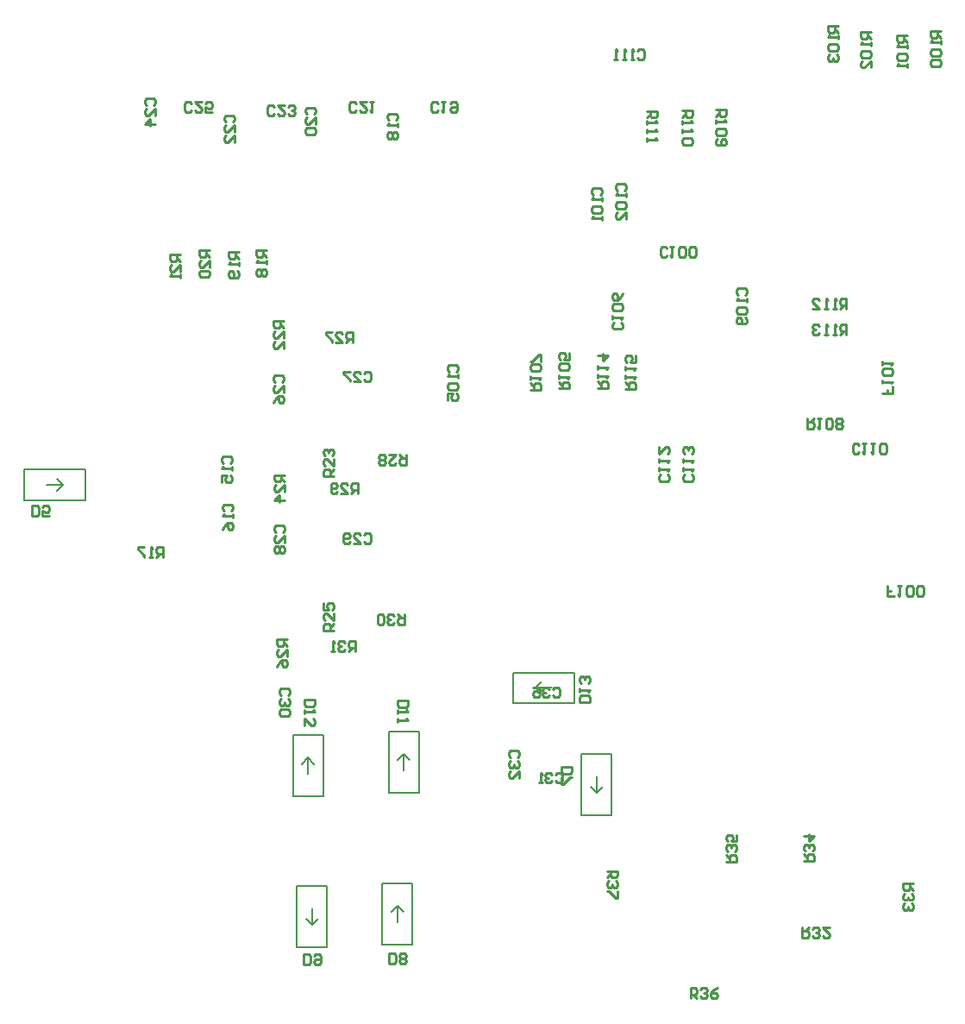
<source format=gbo>
G04*
G04 #@! TF.GenerationSoftware,Altium Limited,Altium Designer,23.5.1 (21)*
G04*
G04 Layer_Color=32896*
%FSLAX44Y44*%
%MOMM*%
G71*
G04*
G04 #@! TF.SameCoordinates,19FF910F-FD56-46C1-A6BE-D3D33EAEA19E*
G04*
G04*
G04 #@! TF.FilePolarity,Positive*
G04*
G01*
G75*
%ADD13C,0.2000*%
%ADD15C,0.2540*%
D13*
X522450Y928610D02*
Y958610D01*
X582450D01*
Y928610D02*
Y958610D01*
X522450Y928610D02*
X582450D01*
X554450Y949610D02*
X560450Y943610D01*
X554450Y937610D02*
X560450Y943610D01*
X560450D01*
X544450D02*
X560450D01*
X1024510Y744220D02*
X1040510D01*
X1024510D02*
X1024510D01*
X1030510Y750220D01*
X1024510Y744220D02*
X1030510Y738220D01*
X1002510Y759220D02*
X1062510D01*
X1002510Y729220D02*
Y759220D01*
Y729220D02*
X1062510D01*
Y759220D01*
X1069580Y678970D02*
X1099580D01*
Y618970D02*
Y678970D01*
X1069580Y618970D02*
X1099580D01*
X1069580D02*
Y678970D01*
X1084580Y640970D02*
X1090580Y646970D01*
X1078580D02*
X1084580Y640970D01*
Y640970D02*
Y640970D01*
Y640970D02*
Y656970D01*
X790180Y549900D02*
X820180D01*
Y489900D02*
Y549900D01*
X790180Y489900D02*
X820180D01*
X790180D02*
Y549900D01*
X805180Y511900D02*
X811180Y517900D01*
X799180D02*
X805180Y511900D01*
Y511900D02*
Y511900D01*
Y511900D02*
Y527900D01*
X874000Y491970D02*
X904000D01*
X874000D02*
Y551970D01*
X904000D01*
Y491970D02*
Y551970D01*
X883000Y523970D02*
X889000Y529970D01*
X889000D02*
X895000Y523970D01*
X889000Y529970D02*
Y529970D01*
Y513970D02*
Y529970D01*
X786370Y637550D02*
X816370D01*
Y697550D01*
X786370D02*
X816370D01*
X786370Y637550D02*
Y697550D01*
X801370Y675550D02*
X807370Y669550D01*
X795370D02*
X801370Y675550D01*
Y675550D01*
Y659550D02*
Y675550D01*
X880350Y641240D02*
X910350D01*
Y701240D01*
X880350D02*
X910350D01*
X880350Y641240D02*
Y701240D01*
X895350Y679240D02*
X901350Y673240D01*
X889350D02*
X895350Y679240D01*
Y679240D01*
Y663240D02*
Y679240D01*
D15*
X1124905Y1369263D02*
X1126572Y1370929D01*
X1129904D01*
X1131570Y1369263D01*
Y1362598D01*
X1129904Y1360932D01*
X1126572D01*
X1124905Y1362598D01*
X1121573Y1360932D02*
X1118241D01*
X1119907D01*
Y1370929D01*
X1121573Y1369263D01*
X1113243Y1360932D02*
X1109910D01*
X1111576D01*
Y1370929D01*
X1113243Y1369263D01*
X1104912Y1360932D02*
X1101580D01*
X1103246D01*
Y1370929D01*
X1104912Y1369263D01*
X856173Y894283D02*
X857840Y895949D01*
X861172D01*
X862838Y894283D01*
Y887618D01*
X861172Y885952D01*
X857840D01*
X856173Y887618D01*
X846177Y885952D02*
X852841D01*
X846177Y892617D01*
Y894283D01*
X847843Y895949D01*
X851175D01*
X852841Y894283D01*
X842844Y887618D02*
X841178Y885952D01*
X837846D01*
X836180Y887618D01*
Y894283D01*
X837846Y895949D01*
X841178D01*
X842844Y894283D01*
Y892617D01*
X841178Y890950D01*
X836180D01*
X856173Y1053033D02*
X857840Y1054699D01*
X861172D01*
X862838Y1053033D01*
Y1046368D01*
X861172Y1044702D01*
X857840D01*
X856173Y1046368D01*
X846177Y1044702D02*
X852841D01*
X846177Y1051367D01*
Y1053033D01*
X847843Y1054699D01*
X851175D01*
X852841Y1053033D01*
X842844Y1054699D02*
X836180D01*
Y1053033D01*
X842844Y1046368D01*
Y1044702D01*
X1112602Y1037439D02*
X1122598D01*
Y1042437D01*
X1120932Y1044103D01*
X1117600D01*
X1115934Y1042437D01*
Y1037439D01*
Y1040771D02*
X1112602Y1044103D01*
Y1047436D02*
Y1050768D01*
Y1049102D01*
X1122598D01*
X1120932Y1047436D01*
X1112602Y1055766D02*
Y1059098D01*
Y1057432D01*
X1122598D01*
X1120932Y1055766D01*
X1122598Y1070761D02*
Y1064097D01*
X1117600D01*
X1119266Y1067429D01*
Y1069095D01*
X1117600Y1070761D01*
X1114268D01*
X1112602Y1069095D01*
Y1065763D01*
X1114268Y1064097D01*
X1085932Y1038709D02*
X1095928D01*
Y1043707D01*
X1094262Y1045373D01*
X1090930D01*
X1089264Y1043707D01*
Y1038709D01*
Y1042041D02*
X1085932Y1045373D01*
Y1048706D02*
Y1052038D01*
Y1050372D01*
X1095928D01*
X1094262Y1048706D01*
X1085932Y1057036D02*
Y1060368D01*
Y1058702D01*
X1095928D01*
X1094262Y1057036D01*
X1085932Y1070365D02*
X1095928D01*
X1090930Y1065367D01*
Y1072031D01*
X1329841Y1091012D02*
Y1101008D01*
X1324843D01*
X1323177Y1099342D01*
Y1096010D01*
X1324843Y1094344D01*
X1329841D01*
X1326509D02*
X1323177Y1091012D01*
X1319845D02*
X1316512D01*
X1318178D01*
Y1101008D01*
X1319845Y1099342D01*
X1311514Y1091012D02*
X1308182D01*
X1309848D01*
Y1101008D01*
X1311514Y1099342D01*
X1303183D02*
X1301517Y1101008D01*
X1298185D01*
X1296519Y1099342D01*
Y1097676D01*
X1298185Y1096010D01*
X1299851D01*
X1298185D01*
X1296519Y1094344D01*
Y1092678D01*
X1298185Y1091012D01*
X1301517D01*
X1303183Y1092678D01*
X1329841Y1116412D02*
Y1126408D01*
X1324843D01*
X1323177Y1124742D01*
Y1121410D01*
X1324843Y1119744D01*
X1329841D01*
X1326509D02*
X1323177Y1116412D01*
X1319845D02*
X1316512D01*
X1318178D01*
Y1126408D01*
X1319845Y1124742D01*
X1311514Y1116412D02*
X1308182D01*
X1309848D01*
Y1126408D01*
X1311514Y1124742D01*
X1296519Y1116412D02*
X1303183D01*
X1296519Y1123076D01*
Y1124742D01*
X1298185Y1126408D01*
X1301517D01*
X1303183Y1124742D01*
X1134192Y1310395D02*
X1144188D01*
Y1305397D01*
X1142522Y1303731D01*
X1139190D01*
X1137524Y1305397D01*
Y1310395D01*
Y1307063D02*
X1134192Y1303731D01*
Y1300398D02*
Y1297066D01*
Y1298732D01*
X1144188D01*
X1142522Y1300398D01*
X1134192Y1292068D02*
Y1288736D01*
Y1290402D01*
X1144188D01*
X1142522Y1292068D01*
X1134192Y1283737D02*
Y1280405D01*
Y1282071D01*
X1144188D01*
X1142522Y1283737D01*
X1168482Y1310791D02*
X1178478D01*
Y1305793D01*
X1176812Y1304127D01*
X1173480D01*
X1171814Y1305793D01*
Y1310791D01*
Y1307459D02*
X1168482Y1304127D01*
Y1300795D02*
Y1297462D01*
Y1299128D01*
X1178478D01*
X1176812Y1300795D01*
X1168482Y1292464D02*
Y1289132D01*
Y1290798D01*
X1178478D01*
X1176812Y1292464D01*
Y1284133D02*
X1178478Y1282467D01*
Y1279135D01*
X1176812Y1277469D01*
X1170148D01*
X1168482Y1279135D01*
Y1282467D01*
X1170148Y1284133D01*
X1176812D01*
X1201502Y1311624D02*
X1211498D01*
Y1306626D01*
X1209832Y1304960D01*
X1206500D01*
X1204834Y1306626D01*
Y1311624D01*
Y1308292D02*
X1201502Y1304960D01*
Y1301628D02*
Y1298295D01*
Y1299961D01*
X1211498D01*
X1209832Y1301628D01*
Y1293297D02*
X1211498Y1291631D01*
Y1288298D01*
X1209832Y1286632D01*
X1203168D01*
X1201502Y1288298D01*
Y1291631D01*
X1203168Y1293297D01*
X1209832D01*
X1203168Y1283300D02*
X1201502Y1281634D01*
Y1278302D01*
X1203168Y1276636D01*
X1209832D01*
X1211498Y1278302D01*
Y1281634D01*
X1209832Y1283300D01*
X1208166D01*
X1206500Y1281634D01*
Y1276636D01*
X1291266Y1008298D02*
Y998302D01*
X1296264D01*
X1297930Y999968D01*
Y1003300D01*
X1296264Y1004966D01*
X1291266D01*
X1294598D02*
X1297930Y1008298D01*
X1301262D02*
X1304595D01*
X1302929D01*
Y998302D01*
X1301262Y999968D01*
X1309593D02*
X1311259Y998302D01*
X1314592D01*
X1316258Y999968D01*
Y1006632D01*
X1314592Y1008298D01*
X1311259D01*
X1309593Y1006632D01*
Y999968D01*
X1319590D02*
X1321256Y998302D01*
X1324588D01*
X1326254Y999968D01*
Y1001634D01*
X1324588Y1003300D01*
X1326254Y1004966D01*
Y1006632D01*
X1324588Y1008298D01*
X1321256D01*
X1319590Y1006632D01*
Y1004966D01*
X1321256Y1003300D01*
X1319590Y1001634D01*
Y999968D01*
X1321256Y1003300D02*
X1324588D01*
X1019892Y1036606D02*
X1029888D01*
Y1041604D01*
X1028222Y1043270D01*
X1024890D01*
X1023224Y1041604D01*
Y1036606D01*
Y1039938D02*
X1019892Y1043270D01*
Y1046602D02*
Y1049935D01*
Y1048269D01*
X1029888D01*
X1028222Y1046602D01*
Y1054933D02*
X1029888Y1056599D01*
Y1059931D01*
X1028222Y1061598D01*
X1021558D01*
X1019892Y1059931D01*
Y1056599D01*
X1021558Y1054933D01*
X1028222D01*
X1029888Y1064930D02*
Y1071594D01*
X1028222D01*
X1021558Y1064930D01*
X1019892D01*
X1047832Y1037876D02*
X1057828D01*
Y1042874D01*
X1056162Y1044540D01*
X1052830D01*
X1051164Y1042874D01*
Y1037876D01*
Y1041208D02*
X1047832Y1044540D01*
Y1047872D02*
Y1051205D01*
Y1049538D01*
X1057828D01*
X1056162Y1047872D01*
Y1056203D02*
X1057828Y1057869D01*
Y1061201D01*
X1056162Y1062868D01*
X1049498D01*
X1047832Y1061201D01*
Y1057869D01*
X1049498Y1056203D01*
X1056162D01*
X1057828Y1072864D02*
Y1066200D01*
X1052830D01*
X1054496Y1069532D01*
Y1071198D01*
X1052830Y1072864D01*
X1049498D01*
X1047832Y1071198D01*
Y1067866D01*
X1049498Y1066200D01*
X1321988Y1394174D02*
X1311992D01*
Y1389176D01*
X1313658Y1387510D01*
X1316990D01*
X1318656Y1389176D01*
Y1394174D01*
Y1390842D02*
X1321988Y1387510D01*
Y1384178D02*
Y1380845D01*
Y1382511D01*
X1311992D01*
X1313658Y1384178D01*
Y1375847D02*
X1311992Y1374181D01*
Y1370849D01*
X1313658Y1369182D01*
X1320322D01*
X1321988Y1370849D01*
Y1374181D01*
X1320322Y1375847D01*
X1313658D01*
Y1365850D02*
X1311992Y1364184D01*
Y1360852D01*
X1313658Y1359186D01*
X1315324D01*
X1316990Y1360852D01*
Y1362518D01*
Y1360852D01*
X1318656Y1359186D01*
X1320322D01*
X1321988Y1360852D01*
Y1364184D01*
X1320322Y1365850D01*
X1353738Y1387824D02*
X1343742D01*
Y1382826D01*
X1345408Y1381160D01*
X1348740D01*
X1350406Y1382826D01*
Y1387824D01*
Y1384492D02*
X1353738Y1381160D01*
Y1377827D02*
Y1374495D01*
Y1376161D01*
X1343742D01*
X1345408Y1377827D01*
Y1369497D02*
X1343742Y1367831D01*
Y1364498D01*
X1345408Y1362832D01*
X1352072D01*
X1353738Y1364498D01*
Y1367831D01*
X1352072Y1369497D01*
X1345408D01*
X1353738Y1352836D02*
Y1359500D01*
X1347074Y1352836D01*
X1345408D01*
X1343742Y1354502D01*
Y1357834D01*
X1345408Y1359500D01*
X1389298Y1384888D02*
X1379302D01*
Y1379890D01*
X1380968Y1378224D01*
X1384300D01*
X1385966Y1379890D01*
Y1384888D01*
Y1381556D02*
X1389298Y1378224D01*
Y1374891D02*
Y1371559D01*
Y1373225D01*
X1379302D01*
X1380968Y1374891D01*
Y1366561D02*
X1379302Y1364895D01*
Y1361562D01*
X1380968Y1359896D01*
X1387632D01*
X1389298Y1361562D01*
Y1364895D01*
X1387632Y1366561D01*
X1380968D01*
X1389298Y1356564D02*
Y1353232D01*
Y1354898D01*
X1379302D01*
X1380968Y1356564D01*
X1422318Y1389094D02*
X1412322D01*
Y1384096D01*
X1413988Y1382430D01*
X1417320D01*
X1418986Y1384096D01*
Y1389094D01*
Y1385762D02*
X1422318Y1382430D01*
Y1379097D02*
Y1375765D01*
Y1377431D01*
X1412322D01*
X1413988Y1379097D01*
Y1370767D02*
X1412322Y1369101D01*
Y1365768D01*
X1413988Y1364102D01*
X1420652D01*
X1422318Y1365768D01*
Y1369101D01*
X1420652Y1370767D01*
X1413988D01*
Y1360770D02*
X1412322Y1359104D01*
Y1355772D01*
X1413988Y1354106D01*
X1420652D01*
X1422318Y1355772D01*
Y1359104D01*
X1420652Y1360770D01*
X1413988D01*
X1094822Y564559D02*
X1104818D01*
Y559561D01*
X1103152Y557895D01*
X1099820D01*
X1098154Y559561D01*
Y564559D01*
Y561227D02*
X1094822Y557895D01*
X1103152Y554562D02*
X1104818Y552896D01*
Y549564D01*
X1103152Y547898D01*
X1101486D01*
X1099820Y549564D01*
Y551230D01*
Y549564D01*
X1098154Y547898D01*
X1096488D01*
X1094822Y549564D01*
Y552896D01*
X1096488Y554562D01*
X1104818Y544565D02*
Y537901D01*
X1103152D01*
X1096488Y544565D01*
X1094822D01*
X1176661Y439502D02*
Y449498D01*
X1181659D01*
X1183326Y447832D01*
Y444500D01*
X1181659Y442834D01*
X1176661D01*
X1179993D02*
X1183326Y439502D01*
X1186658Y447832D02*
X1188324Y449498D01*
X1191656D01*
X1193322Y447832D01*
Y446166D01*
X1191656Y444500D01*
X1189990D01*
X1191656D01*
X1193322Y442834D01*
Y441168D01*
X1191656Y439502D01*
X1188324D01*
X1186658Y441168D01*
X1203319Y449498D02*
X1199987Y447832D01*
X1196655Y444500D01*
Y441168D01*
X1198321Y439502D01*
X1201653D01*
X1203319Y441168D01*
Y442834D01*
X1201653Y444500D01*
X1196655D01*
X1211662Y573411D02*
X1221658D01*
Y578409D01*
X1219992Y580075D01*
X1216660D01*
X1214994Y578409D01*
Y573411D01*
Y576743D02*
X1211662Y580075D01*
X1219992Y583408D02*
X1221658Y585074D01*
Y588406D01*
X1219992Y590072D01*
X1218326D01*
X1216660Y588406D01*
Y586740D01*
Y588406D01*
X1214994Y590072D01*
X1213328D01*
X1211662Y588406D01*
Y585074D01*
X1213328Y583408D01*
X1221658Y600069D02*
Y593405D01*
X1216660D01*
X1218326Y596737D01*
Y598403D01*
X1216660Y600069D01*
X1213328D01*
X1211662Y598403D01*
Y595071D01*
X1213328Y593405D01*
X1287862Y574071D02*
X1297858D01*
Y579069D01*
X1296192Y580735D01*
X1292860D01*
X1291194Y579069D01*
Y574071D01*
Y577403D02*
X1287862Y580735D01*
X1296192Y584068D02*
X1297858Y585734D01*
Y589066D01*
X1296192Y590732D01*
X1294526D01*
X1292860Y589066D01*
Y587400D01*
Y589066D01*
X1291194Y590732D01*
X1289528D01*
X1287862Y589066D01*
Y585734D01*
X1289528Y584068D01*
X1287862Y599063D02*
X1297858D01*
X1292860Y594064D01*
Y600729D01*
X1395648Y552469D02*
X1385652D01*
Y547471D01*
X1387318Y545804D01*
X1390650D01*
X1392316Y547471D01*
Y552469D01*
Y549137D02*
X1395648Y545804D01*
X1387318Y542472D02*
X1385652Y540806D01*
Y537474D01*
X1387318Y535808D01*
X1388984D01*
X1390650Y537474D01*
Y539140D01*
Y537474D01*
X1392316Y535808D01*
X1393982D01*
X1395648Y537474D01*
Y540806D01*
X1393982Y542472D01*
X1387318Y532476D02*
X1385652Y530809D01*
Y527477D01*
X1387318Y525811D01*
X1388984D01*
X1390650Y527477D01*
Y529143D01*
Y527477D01*
X1392316Y525811D01*
X1393982D01*
X1395648Y527477D01*
Y530809D01*
X1393982Y532476D01*
X1286491Y509188D02*
Y499192D01*
X1291489D01*
X1293155Y500858D01*
Y504190D01*
X1291489Y505856D01*
X1286491D01*
X1289823D02*
X1293155Y509188D01*
X1296488Y500858D02*
X1298154Y499192D01*
X1301486D01*
X1303152Y500858D01*
Y502524D01*
X1301486Y504190D01*
X1299820D01*
X1301486D01*
X1303152Y505856D01*
Y507522D01*
X1301486Y509188D01*
X1298154D01*
X1296488Y507522D01*
X1313149Y509188D02*
X1306485D01*
X1313149Y502524D01*
Y500858D01*
X1311483Y499192D01*
X1308151D01*
X1306485Y500858D01*
X847323Y779862D02*
Y789858D01*
X842325D01*
X840658Y788192D01*
Y784860D01*
X842325Y783194D01*
X847323D01*
X843991D02*
X840658Y779862D01*
X837326Y788192D02*
X835660Y789858D01*
X832328D01*
X830662Y788192D01*
Y786526D01*
X832328Y784860D01*
X833994D01*
X832328D01*
X830662Y783194D01*
Y781528D01*
X832328Y779862D01*
X835660D01*
X837326Y781528D01*
X827329Y779862D02*
X823997D01*
X825663D01*
Y789858D01*
X827329Y788192D01*
X895979Y816528D02*
Y806532D01*
X890981D01*
X889314Y808198D01*
Y811530D01*
X890981Y813196D01*
X895979D01*
X892647D02*
X889314Y816528D01*
X885982Y808198D02*
X884316Y806532D01*
X880984D01*
X879318Y808198D01*
Y809864D01*
X880984Y811530D01*
X882650D01*
X880984D01*
X879318Y813196D01*
Y814862D01*
X880984Y816528D01*
X884316D01*
X885982Y814862D01*
X875985Y808198D02*
X874319Y806532D01*
X870987D01*
X869321Y808198D01*
Y814862D01*
X870987Y816528D01*
X874319D01*
X875985Y814862D01*
Y808198D01*
X850259Y934802D02*
Y944798D01*
X845261D01*
X843595Y943132D01*
Y939800D01*
X845261Y938134D01*
X850259D01*
X846927D02*
X843595Y934802D01*
X833598D02*
X840262D01*
X833598Y941466D01*
Y943132D01*
X835264Y944798D01*
X838596D01*
X840262Y943132D01*
X830266Y936468D02*
X828599Y934802D01*
X825267D01*
X823601Y936468D01*
Y943132D01*
X825267Y944798D01*
X828599D01*
X830266Y943132D01*
Y941466D01*
X828599Y939800D01*
X823601D01*
X897249Y972738D02*
Y962742D01*
X892251D01*
X890584Y964408D01*
Y967740D01*
X892251Y969406D01*
X897249D01*
X893917D02*
X890584Y972738D01*
X880588D02*
X887252D01*
X880588Y966074D01*
Y964408D01*
X882254Y962742D01*
X885586D01*
X887252Y964408D01*
X877255D02*
X875589Y962742D01*
X872257D01*
X870591Y964408D01*
Y966074D01*
X872257Y967740D01*
X870591Y969406D01*
Y971072D01*
X872257Y972738D01*
X875589D01*
X877255Y971072D01*
Y969406D01*
X875589Y967740D01*
X877255Y966074D01*
Y964408D01*
X875589Y967740D02*
X872257D01*
X845179Y1083392D02*
Y1093388D01*
X840181D01*
X838514Y1091722D01*
Y1088390D01*
X840181Y1086724D01*
X845179D01*
X841847D02*
X838514Y1083392D01*
X828518D02*
X835182D01*
X828518Y1090056D01*
Y1091722D01*
X830184Y1093388D01*
X833516D01*
X835182Y1091722D01*
X825185Y1093388D02*
X818521D01*
Y1091722D01*
X825185Y1085058D01*
Y1083392D01*
X780968Y791839D02*
X770972D01*
Y786841D01*
X772638Y785174D01*
X775970D01*
X777636Y786841D01*
Y791839D01*
Y788507D02*
X780968Y785174D01*
Y775178D02*
Y781842D01*
X774304Y775178D01*
X772638D01*
X770972Y776844D01*
Y780176D01*
X772638Y781842D01*
X770972Y765181D02*
X772638Y768513D01*
X775970Y771845D01*
X779302D01*
X780968Y770179D01*
Y766847D01*
X779302Y765181D01*
X777636D01*
X775970Y766847D01*
Y771845D01*
X826688Y800741D02*
X816692D01*
Y805739D01*
X818358Y807405D01*
X821690D01*
X823356Y805739D01*
Y800741D01*
Y804073D02*
X826688Y807405D01*
Y817402D02*
Y810738D01*
X820024Y817402D01*
X818358D01*
X816692Y815736D01*
Y812404D01*
X818358Y810738D01*
X816692Y827399D02*
Y820734D01*
X821690D01*
X820024Y824067D01*
Y825733D01*
X821690Y827399D01*
X825022D01*
X826688Y825733D01*
Y822401D01*
X825022Y820734D01*
X778428Y953129D02*
X768432D01*
Y948131D01*
X770098Y946464D01*
X773430D01*
X775096Y948131D01*
Y953129D01*
Y949797D02*
X778428Y946464D01*
Y936468D02*
Y943132D01*
X771764Y936468D01*
X770098D01*
X768432Y938134D01*
Y941466D01*
X770098Y943132D01*
X778428Y928137D02*
X768432D01*
X773430Y933136D01*
Y926471D01*
X826688Y951871D02*
X816692D01*
Y956869D01*
X818358Y958536D01*
X821690D01*
X823356Y956869D01*
Y951871D01*
Y955203D02*
X826688Y958536D01*
Y968532D02*
Y961868D01*
X820024Y968532D01*
X818358D01*
X816692Y966866D01*
Y963534D01*
X818358Y961868D01*
Y971864D02*
X816692Y973531D01*
Y976863D01*
X818358Y978529D01*
X820024D01*
X821690Y976863D01*
Y975197D01*
Y976863D01*
X823356Y978529D01*
X825022D01*
X826688Y976863D01*
Y973531D01*
X825022Y971864D01*
X777158Y1104259D02*
X767162D01*
Y1099261D01*
X768828Y1097595D01*
X772160D01*
X773826Y1099261D01*
Y1104259D01*
Y1100927D02*
X777158Y1097595D01*
Y1087598D02*
Y1094262D01*
X770494Y1087598D01*
X768828D01*
X767162Y1089264D01*
Y1092596D01*
X768828Y1094262D01*
X777158Y1077601D02*
Y1084266D01*
X770494Y1077601D01*
X768828D01*
X767162Y1079267D01*
Y1082599D01*
X768828Y1084266D01*
X675558Y1169633D02*
X665562D01*
Y1164634D01*
X667228Y1162968D01*
X670560D01*
X672226Y1164634D01*
Y1169633D01*
Y1166301D02*
X675558Y1162968D01*
Y1152972D02*
Y1159636D01*
X668894Y1152972D01*
X667228D01*
X665562Y1154638D01*
Y1157970D01*
X667228Y1159636D01*
X675558Y1149639D02*
Y1146307D01*
Y1147973D01*
X665562D01*
X667228Y1149639D01*
X704345Y1173839D02*
X694348D01*
Y1168841D01*
X696014Y1167175D01*
X699347D01*
X701013Y1168841D01*
Y1173839D01*
Y1170507D02*
X704345Y1167175D01*
Y1157178D02*
Y1163842D01*
X697681Y1157178D01*
X696014D01*
X694348Y1158844D01*
Y1162176D01*
X696014Y1163842D01*
Y1153846D02*
X694348Y1152179D01*
Y1148847D01*
X696014Y1147181D01*
X702679D01*
X704345Y1148847D01*
Y1152179D01*
X702679Y1153846D01*
X696014D01*
X733132Y1171736D02*
X723135D01*
Y1166738D01*
X724801Y1165071D01*
X728133D01*
X729799Y1166738D01*
Y1171736D01*
Y1168404D02*
X733132Y1165071D01*
Y1161739D02*
Y1158407D01*
Y1160073D01*
X723135D01*
X724801Y1161739D01*
X731466Y1153409D02*
X733132Y1151742D01*
Y1148410D01*
X731466Y1146744D01*
X724801D01*
X723135Y1148410D01*
Y1151742D01*
X724801Y1153409D01*
X726467D01*
X728133Y1151742D01*
Y1146744D01*
X760648Y1173666D02*
X750652D01*
Y1168668D01*
X752318Y1167001D01*
X755650D01*
X757316Y1168668D01*
Y1173666D01*
Y1170334D02*
X760648Y1167001D01*
Y1163669D02*
Y1160337D01*
Y1162003D01*
X750652D01*
X752318Y1163669D01*
Y1155339D02*
X750652Y1153672D01*
Y1150340D01*
X752318Y1148674D01*
X753984D01*
X755650Y1150340D01*
X757316Y1148674D01*
X758982D01*
X760648Y1150340D01*
Y1153672D01*
X758982Y1155339D01*
X757316D01*
X755650Y1153672D01*
X753984Y1155339D01*
X752318D01*
X755650Y1153672D02*
Y1150340D01*
X658976Y872572D02*
Y882568D01*
X653978D01*
X652311Y880902D01*
Y877570D01*
X653978Y875904D01*
X658976D01*
X655644D02*
X652311Y872572D01*
X648979D02*
X645647D01*
X647313D01*
Y882568D01*
X648979Y880902D01*
X640648Y882568D02*
X633984D01*
Y880902D01*
X640648Y874238D01*
Y872572D01*
X1375328Y1039616D02*
Y1032952D01*
X1370330D01*
Y1036284D01*
Y1032952D01*
X1365332D01*
Y1042949D02*
Y1046281D01*
Y1044615D01*
X1375328D01*
X1373662Y1042949D01*
Y1051279D02*
X1375328Y1052945D01*
Y1056278D01*
X1373662Y1057944D01*
X1366998D01*
X1365332Y1056278D01*
Y1052945D01*
X1366998Y1051279D01*
X1373662D01*
X1365332Y1061276D02*
Y1064608D01*
Y1062942D01*
X1375328D01*
X1373662Y1061276D01*
X1377040Y834472D02*
X1370376D01*
Y839470D01*
X1373708D01*
X1370376D01*
Y844468D01*
X1380372D02*
X1383705D01*
X1382039D01*
Y834472D01*
X1380372Y836138D01*
X1388703D02*
X1390369Y834472D01*
X1393701D01*
X1395367Y836138D01*
Y842802D01*
X1393701Y844468D01*
X1390369D01*
X1388703Y842802D01*
Y836138D01*
X1398700D02*
X1400366Y834472D01*
X1403698D01*
X1405364Y836138D01*
Y842802D01*
X1403698Y844468D01*
X1400366D01*
X1398700Y842802D01*
Y836138D01*
X1078148Y730454D02*
X1068152D01*
Y735452D01*
X1069818Y737119D01*
X1076482D01*
X1078148Y735452D01*
Y730454D01*
X1068152Y740451D02*
Y743783D01*
Y742117D01*
X1078148D01*
X1076482Y740451D01*
Y748781D02*
X1078148Y750447D01*
Y753780D01*
X1076482Y755446D01*
X1074816D01*
X1073150Y753780D01*
Y752114D01*
Y753780D01*
X1071484Y755446D01*
X1069818D01*
X1068152Y753780D01*
Y750447D01*
X1069818Y748781D01*
X807638Y732586D02*
X797642D01*
Y727588D01*
X799308Y725921D01*
X805972D01*
X807638Y727588D01*
Y732586D01*
X797642Y722589D02*
Y719257D01*
Y720923D01*
X807638D01*
X805972Y722589D01*
X797642Y707594D02*
Y714258D01*
X804306Y707594D01*
X805972D01*
X807638Y709260D01*
Y712592D01*
X805972Y714258D01*
X899078Y732070D02*
X889082D01*
Y727071D01*
X890748Y725405D01*
X897412D01*
X899078Y727071D01*
Y732070D01*
X889082Y722073D02*
Y718741D01*
Y720407D01*
X899078D01*
X897412Y722073D01*
X889082Y713742D02*
Y710410D01*
Y712076D01*
X899078D01*
X897412Y713742D01*
X796849Y472992D02*
Y482988D01*
X801848D01*
X803514Y481322D01*
Y474658D01*
X801848Y472992D01*
X796849D01*
X806846Y481322D02*
X808512Y482988D01*
X811844D01*
X813511Y481322D01*
Y474658D01*
X811844Y472992D01*
X808512D01*
X806846Y474658D01*
Y476324D01*
X808512Y477990D01*
X813511D01*
X880669Y473792D02*
Y483788D01*
X885668D01*
X887334Y482122D01*
Y475458D01*
X885668Y473792D01*
X880669D01*
X890666Y475458D02*
X892332Y473792D01*
X895665D01*
X897331Y475458D01*
Y477124D01*
X895665Y478790D01*
X897331Y480456D01*
Y482122D01*
X895665Y483788D01*
X892332D01*
X890666Y482122D01*
Y480456D01*
X892332Y478790D01*
X890666Y477124D01*
Y475458D01*
X892332Y478790D02*
X895665D01*
X1050372Y666191D02*
X1060368D01*
Y661192D01*
X1058702Y659526D01*
X1052038D01*
X1050372Y661192D01*
Y666191D01*
Y656194D02*
Y649529D01*
X1052038D01*
X1058702Y656194D01*
X1060368D01*
X530149Y913212D02*
Y923208D01*
X535148D01*
X536814Y921542D01*
Y914878D01*
X535148Y913212D01*
X530149D01*
X546811D02*
X540146D01*
Y918210D01*
X543478Y916544D01*
X545145D01*
X546811Y918210D01*
Y921542D01*
X545145Y923208D01*
X541812D01*
X540146Y921542D01*
X1178082Y953933D02*
X1179748Y952267D01*
Y948935D01*
X1178082Y947269D01*
X1171418D01*
X1169752Y948935D01*
Y952267D01*
X1171418Y953933D01*
X1169752Y957265D02*
Y960598D01*
Y958932D01*
X1179748D01*
X1178082Y957265D01*
X1169752Y965596D02*
Y968928D01*
Y967262D01*
X1179748D01*
X1178082Y965596D01*
Y973927D02*
X1179748Y975593D01*
Y978925D01*
X1178082Y980591D01*
X1176416D01*
X1174750Y978925D01*
Y977259D01*
Y978925D01*
X1173084Y980591D01*
X1171418D01*
X1169752Y978925D01*
Y975593D01*
X1171418Y973927D01*
X1153952Y953933D02*
X1155618Y952267D01*
Y948935D01*
X1153952Y947269D01*
X1147288D01*
X1145622Y948935D01*
Y952267D01*
X1147288Y953933D01*
X1145622Y957265D02*
Y960598D01*
Y958932D01*
X1155618D01*
X1153952Y957265D01*
X1145622Y965596D02*
Y968928D01*
Y967262D01*
X1155618D01*
X1153952Y965596D01*
X1145622Y980591D02*
Y973927D01*
X1152286Y980591D01*
X1153952D01*
X1155618Y978925D01*
Y975593D01*
X1153952Y973927D01*
X1342553Y975838D02*
X1340887Y974172D01*
X1337555D01*
X1335889Y975838D01*
Y982502D01*
X1337555Y984168D01*
X1340887D01*
X1342553Y982502D01*
X1345885Y984168D02*
X1349218D01*
X1347552D01*
Y974172D01*
X1345885Y975838D01*
X1354216Y984168D02*
X1357548D01*
X1355882D01*
Y974172D01*
X1354216Y975838D01*
X1362547D02*
X1364213Y974172D01*
X1367545D01*
X1369211Y975838D01*
Y982502D01*
X1367545Y984168D01*
X1364213D01*
X1362547Y982502D01*
Y975838D01*
X1223488Y1129700D02*
X1221822Y1131366D01*
Y1134698D01*
X1223488Y1136364D01*
X1230152D01*
X1231818Y1134698D01*
Y1131366D01*
X1230152Y1129700D01*
X1231818Y1126367D02*
Y1123035D01*
Y1124701D01*
X1221822D01*
X1223488Y1126367D01*
Y1118037D02*
X1221822Y1116371D01*
Y1113038D01*
X1223488Y1111372D01*
X1230152D01*
X1231818Y1113038D01*
Y1116371D01*
X1230152Y1118037D01*
X1223488D01*
X1230152Y1108040D02*
X1231818Y1106374D01*
Y1103042D01*
X1230152Y1101376D01*
X1223488D01*
X1221822Y1103042D01*
Y1106374D01*
X1223488Y1108040D01*
X1225154D01*
X1226820Y1106374D01*
Y1101376D01*
X1108232Y1102960D02*
X1109898Y1101294D01*
Y1097962D01*
X1108232Y1096296D01*
X1101568D01*
X1099902Y1097962D01*
Y1101294D01*
X1101568Y1102960D01*
X1099902Y1106292D02*
Y1109625D01*
Y1107959D01*
X1109898D01*
X1108232Y1106292D01*
Y1114623D02*
X1109898Y1116289D01*
Y1119621D01*
X1108232Y1121288D01*
X1101568D01*
X1099902Y1119621D01*
Y1116289D01*
X1101568Y1114623D01*
X1108232D01*
X1109898Y1131284D02*
X1108232Y1127952D01*
X1104900Y1124620D01*
X1101568D01*
X1099902Y1126286D01*
Y1129618D01*
X1101568Y1131284D01*
X1103234D01*
X1104900Y1129618D01*
Y1124620D01*
X940278Y1054770D02*
X938612Y1056436D01*
Y1059768D01*
X940278Y1061434D01*
X946942D01*
X948608Y1059768D01*
Y1056436D01*
X946942Y1054770D01*
X948608Y1051438D02*
Y1048105D01*
Y1049771D01*
X938612D01*
X940278Y1051438D01*
Y1043107D02*
X938612Y1041441D01*
Y1038109D01*
X940278Y1036442D01*
X946942D01*
X948608Y1038109D01*
Y1041441D01*
X946942Y1043107D01*
X940278D01*
X938612Y1026446D02*
Y1033110D01*
X943610D01*
X941944Y1029778D01*
Y1028112D01*
X943610Y1026446D01*
X946942D01*
X948608Y1028112D01*
Y1031444D01*
X946942Y1033110D01*
X1105378Y1232570D02*
X1103712Y1234236D01*
Y1237568D01*
X1105378Y1239234D01*
X1112042D01*
X1113708Y1237568D01*
Y1234236D01*
X1112042Y1232570D01*
X1113708Y1229238D02*
Y1225905D01*
Y1227571D01*
X1103712D01*
X1105378Y1229238D01*
Y1220907D02*
X1103712Y1219241D01*
Y1215909D01*
X1105378Y1214242D01*
X1112042D01*
X1113708Y1215909D01*
Y1219241D01*
X1112042Y1220907D01*
X1105378D01*
X1113708Y1204246D02*
Y1210910D01*
X1107044Y1204246D01*
X1105378D01*
X1103712Y1205912D01*
Y1209244D01*
X1105378Y1210910D01*
X1081248Y1228364D02*
X1079582Y1230030D01*
Y1233362D01*
X1081248Y1235028D01*
X1087912D01*
X1089578Y1233362D01*
Y1230030D01*
X1087912Y1228364D01*
X1089578Y1225031D02*
Y1221699D01*
Y1223365D01*
X1079582D01*
X1081248Y1225031D01*
Y1216701D02*
X1079582Y1215035D01*
Y1211702D01*
X1081248Y1210036D01*
X1087912D01*
X1089578Y1211702D01*
Y1215035D01*
X1087912Y1216701D01*
X1081248D01*
X1089578Y1206704D02*
Y1203372D01*
Y1205038D01*
X1079582D01*
X1081248Y1206704D01*
X1153760Y1168878D02*
X1152094Y1167212D01*
X1148762D01*
X1147096Y1168878D01*
Y1175542D01*
X1148762Y1177208D01*
X1152094D01*
X1153760Y1175542D01*
X1157092Y1177208D02*
X1160425D01*
X1158759D01*
Y1167212D01*
X1157092Y1168878D01*
X1165423D02*
X1167089Y1167212D01*
X1170422D01*
X1172088Y1168878D01*
Y1175542D01*
X1170422Y1177208D01*
X1167089D01*
X1165423Y1175542D01*
Y1168878D01*
X1175420D02*
X1177086Y1167212D01*
X1180418D01*
X1182084Y1168878D01*
Y1175542D01*
X1180418Y1177208D01*
X1177086D01*
X1175420Y1175542D01*
Y1168878D01*
X1041848Y743153D02*
X1043514Y744819D01*
X1046846D01*
X1048512Y743153D01*
Y736488D01*
X1046846Y734822D01*
X1043514D01*
X1041848Y736488D01*
X1038515Y743153D02*
X1036849Y744819D01*
X1033517D01*
X1031851Y743153D01*
Y741487D01*
X1033517Y739820D01*
X1035183D01*
X1033517D01*
X1031851Y738154D01*
Y736488D01*
X1033517Y734822D01*
X1036849D01*
X1038515Y736488D01*
X1021854Y744819D02*
X1028518D01*
Y739820D01*
X1025186Y741487D01*
X1023520D01*
X1021854Y739820D01*
Y736488D01*
X1023520Y734822D01*
X1026852D01*
X1028518Y736488D01*
X999968Y675955D02*
X998302Y677621D01*
Y680953D01*
X999968Y682619D01*
X1006632D01*
X1008298Y680953D01*
Y677621D01*
X1006632Y675955D01*
X999968Y672622D02*
X998302Y670956D01*
Y667624D01*
X999968Y665958D01*
X1001634D01*
X1003300Y667624D01*
Y669290D01*
Y667624D01*
X1004966Y665958D01*
X1006632D01*
X1008298Y667624D01*
Y670956D01*
X1006632Y672622D01*
X1008298Y655961D02*
Y662626D01*
X1001634Y655961D01*
X999968D01*
X998302Y657627D01*
Y660959D01*
X999968Y662626D01*
X1044388Y659333D02*
X1046054Y660999D01*
X1049386D01*
X1051052Y659333D01*
Y652668D01*
X1049386Y651002D01*
X1046054D01*
X1044388Y652668D01*
X1041055Y659333D02*
X1039389Y660999D01*
X1036057D01*
X1034391Y659333D01*
Y657666D01*
X1036057Y656000D01*
X1037723D01*
X1036057D01*
X1034391Y654334D01*
Y652668D01*
X1036057Y651002D01*
X1039389D01*
X1041055Y652668D01*
X1031058Y651002D02*
X1027726D01*
X1029392D01*
Y660999D01*
X1031058Y659333D01*
X775178Y736915D02*
X773512Y738581D01*
Y741913D01*
X775178Y743579D01*
X781842D01*
X783508Y741913D01*
Y738581D01*
X781842Y736915D01*
X775178Y733582D02*
X773512Y731916D01*
Y728584D01*
X775178Y726918D01*
X776844D01*
X778510Y728584D01*
Y730250D01*
Y728584D01*
X780176Y726918D01*
X781842D01*
X783508Y728584D01*
Y731916D01*
X781842Y733582D01*
X775178Y723586D02*
X773512Y721919D01*
Y718587D01*
X775178Y716921D01*
X781842D01*
X783508Y718587D01*
Y721919D01*
X781842Y723586D01*
X775178D01*
X770098Y896935D02*
X768432Y898601D01*
Y901933D01*
X770098Y903599D01*
X776762D01*
X778428Y901933D01*
Y898601D01*
X776762Y896935D01*
X778428Y886938D02*
Y893602D01*
X771764Y886938D01*
X770098D01*
X768432Y888604D01*
Y891936D01*
X770098Y893602D01*
Y883605D02*
X768432Y881939D01*
Y878607D01*
X770098Y876941D01*
X771764D01*
X773430Y878607D01*
X775096Y876941D01*
X776762D01*
X778428Y878607D01*
Y881939D01*
X776762Y883605D01*
X775096D01*
X773430Y881939D01*
X771764Y883605D01*
X770098D01*
X773430Y881939D02*
Y878607D01*
X768828Y1044255D02*
X767162Y1045921D01*
Y1049253D01*
X768828Y1050919D01*
X775492D01*
X777158Y1049253D01*
Y1045921D01*
X775492Y1044255D01*
X777158Y1034258D02*
Y1040922D01*
X770494Y1034258D01*
X768828D01*
X767162Y1035924D01*
Y1039256D01*
X768828Y1040922D01*
X767162Y1024261D02*
X768828Y1027593D01*
X772160Y1030926D01*
X775492D01*
X777158Y1029259D01*
Y1025927D01*
X775492Y1024261D01*
X773826D01*
X772160Y1025927D01*
Y1030926D01*
X686755Y1311118D02*
X685089Y1309452D01*
X681757D01*
X680091Y1311118D01*
Y1317782D01*
X681757Y1319448D01*
X685089D01*
X686755Y1317782D01*
X696752Y1319448D02*
X690088D01*
X696752Y1312784D01*
Y1311118D01*
X695086Y1309452D01*
X691754D01*
X690088Y1311118D01*
X706749Y1309452D02*
X700085D01*
Y1314450D01*
X703417Y1312784D01*
X705083D01*
X706749Y1314450D01*
Y1317782D01*
X705083Y1319448D01*
X701751D01*
X700085Y1317782D01*
X643098Y1316035D02*
X641432Y1317701D01*
Y1321033D01*
X643098Y1322699D01*
X649762D01*
X651428Y1321033D01*
Y1317701D01*
X649762Y1316035D01*
X651428Y1306038D02*
Y1312702D01*
X644764Y1306038D01*
X643098D01*
X641432Y1307704D01*
Y1311036D01*
X643098Y1312702D01*
X651428Y1297707D02*
X641432D01*
X646430Y1302706D01*
Y1296041D01*
X768035Y1307308D02*
X766369Y1305642D01*
X763037D01*
X761371Y1307308D01*
Y1313972D01*
X763037Y1315638D01*
X766369D01*
X768035Y1313972D01*
X778032Y1315638D02*
X771368D01*
X778032Y1308974D01*
Y1307308D01*
X776366Y1305642D01*
X773034D01*
X771368Y1307308D01*
X781365D02*
X783031Y1305642D01*
X786363D01*
X788029Y1307308D01*
Y1308974D01*
X786363Y1310640D01*
X784697D01*
X786363D01*
X788029Y1312306D01*
Y1313972D01*
X786363Y1315638D01*
X783031D01*
X781365Y1313972D01*
X720568Y1299525D02*
X718902Y1301191D01*
Y1304523D01*
X720568Y1306189D01*
X727232D01*
X728898Y1304523D01*
Y1301191D01*
X727232Y1299525D01*
X728898Y1289528D02*
Y1296192D01*
X722234Y1289528D01*
X720568D01*
X718902Y1291194D01*
Y1294526D01*
X720568Y1296192D01*
X728898Y1279531D02*
Y1286196D01*
X722234Y1279531D01*
X720568D01*
X718902Y1281197D01*
Y1284529D01*
X720568Y1286196D01*
X848442Y1311118D02*
X846776Y1309452D01*
X843443D01*
X841777Y1311118D01*
Y1317782D01*
X843443Y1319448D01*
X846776D01*
X848442Y1317782D01*
X858438Y1319448D02*
X851774D01*
X858438Y1312784D01*
Y1311118D01*
X856772Y1309452D01*
X853440D01*
X851774Y1311118D01*
X861771Y1319448D02*
X865103D01*
X863437D01*
Y1309452D01*
X861771Y1311118D01*
X800578Y1307144D02*
X798912Y1308811D01*
Y1312143D01*
X800578Y1313809D01*
X807242D01*
X808908Y1312143D01*
Y1308811D01*
X807242Y1307144D01*
X808908Y1297148D02*
Y1303812D01*
X802244Y1297148D01*
X800578D01*
X798912Y1298814D01*
Y1302146D01*
X800578Y1303812D01*
Y1293815D02*
X798912Y1292149D01*
Y1288817D01*
X800578Y1287151D01*
X807242D01*
X808908Y1288817D01*
Y1292149D01*
X807242Y1293815D01*
X800578D01*
X928888Y1311118D02*
X927222Y1309452D01*
X923890D01*
X922224Y1311118D01*
Y1317782D01*
X923890Y1319448D01*
X927222D01*
X928888Y1317782D01*
X932221Y1319448D02*
X935553D01*
X933887D01*
Y1309452D01*
X932221Y1311118D01*
X940551Y1317782D02*
X942217Y1319448D01*
X945550D01*
X947216Y1317782D01*
Y1311118D01*
X945550Y1309452D01*
X942217D01*
X940551Y1311118D01*
Y1312784D01*
X942217Y1314450D01*
X947216D01*
X880588Y1301232D02*
X878922Y1302898D01*
Y1306230D01*
X880588Y1307896D01*
X887252D01*
X888918Y1306230D01*
Y1302898D01*
X887252Y1301232D01*
X888918Y1297899D02*
Y1294567D01*
Y1296233D01*
X878922D01*
X880588Y1297899D01*
Y1289568D02*
X878922Y1287902D01*
Y1284570D01*
X880588Y1282904D01*
X882254D01*
X883920Y1284570D01*
X885586Y1282904D01*
X887252D01*
X888918Y1284570D01*
Y1287902D01*
X887252Y1289568D01*
X885586D01*
X883920Y1287902D01*
X882254Y1289568D01*
X880588D01*
X883920Y1287902D02*
Y1284570D01*
X719298Y917691D02*
X717632Y919358D01*
Y922690D01*
X719298Y924356D01*
X725962D01*
X727628Y922690D01*
Y919358D01*
X725962Y917691D01*
X727628Y914359D02*
Y911027D01*
Y912693D01*
X717632D01*
X719298Y914359D01*
X717632Y899364D02*
X719298Y902696D01*
X722630Y906029D01*
X725962D01*
X727628Y904362D01*
Y901030D01*
X725962Y899364D01*
X724296D01*
X722630Y901030D01*
Y906029D01*
X718028Y964681D02*
X716362Y966348D01*
Y969680D01*
X718028Y971346D01*
X724692D01*
X726358Y969680D01*
Y966348D01*
X724692Y964681D01*
X726358Y961349D02*
Y958017D01*
Y959683D01*
X716362D01*
X718028Y961349D01*
X716362Y946354D02*
Y953018D01*
X721360D01*
X719694Y949686D01*
Y948020D01*
X721360Y946354D01*
X724692D01*
X726358Y948020D01*
Y951352D01*
X724692Y953018D01*
M02*

</source>
